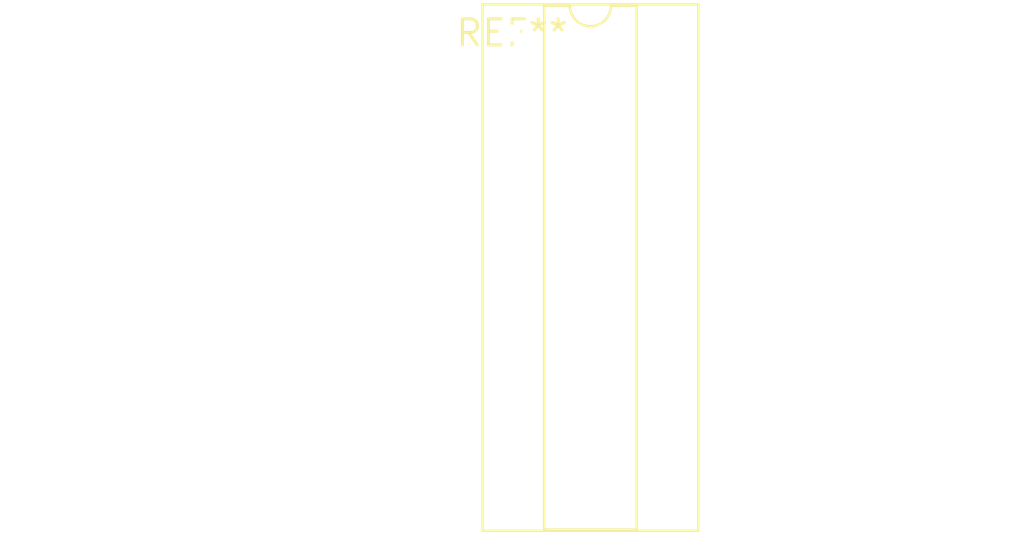
<source format=kicad_pcb>
(kicad_pcb (version 20240108) (generator pcbnew)
  (layers (0 "F.Cu" signal) (31 "B.Cu" signal) (34 "B.Paste" user) (35 "F.Paste" user) (36 "B.SilkS" user "B.Silkscreen") (37 "F.SilkS" user "F.Silkscreen") (38 "B.Mask" user) (39 "F.Mask" user) (44 "Edge.Cuts" user))
  (net 0 "")
  (footprint "CERDIP-20_W7.62mm_SideBrazed_LongPads_Socket" (layer "F.Cu") (at 0 0)
    (property "Reference" "REF**")
    (property "Value" "CERDIP-20_W7.62mm_SideBrazed_LongPads_Socket")
    (fp_line (start -1.44 -1.39) (end -1.44 24.25) (layer "F.SilkS") (stroke (width 0.12)))
    (fp_line (start -1.44 24.25) (end 9.06 24.25) (layer "F.SilkS") (stroke (width 0.12)))
    (fp_line (start 1.56 -1.33) (end 1.56 24.19) (layer "F.SilkS") (stroke (width 0.12)))
    (fp_line (start 1.56 24.19) (end 6.06 24.19) (layer "F.SilkS") (stroke (width 0.12)))
    (fp_line (start 2.81 -1.33) (end 1.56 -1.33) (layer "F.SilkS") (stroke (width 0.12)))
    (fp_line (start 6.06 -1.33) (end 4.81 -1.33) (layer "F.SilkS") (stroke (width 0.12)))
    (fp_line (start 6.06 24.19) (end 6.06 -1.33) (layer "F.SilkS") (stroke (width 0.12)))
    (fp_line (start 9.06 -1.39) (end -1.44 -1.39) (layer "F.SilkS") (stroke (width 0.12)))
    (fp_line (start 9.06 24.25) (end 9.06 -1.39) (layer "F.SilkS") (stroke (width 0.12)))
    (fp_arc (start 4.81 -1.33) (mid 3.81 -0.33) (end 2.81 -1.33) (layer "F.SilkS") (stroke (width 0.12)))
    (pad "1" thru_hole rect (at 0 0) (size 2.4 1.6) (drill 0.8) (layers *.Cu *.Mask) (remove_unused_layers))
    (pad "2" thru_hole oval (at 0 2.54) (size 2.4 1.6) (drill 0.8) (layers *.Cu *.Mask) (remove_unused_layers))
    (pad "3" thru_hole oval (at 0 5.08) (size 2.4 1.6) (drill 0.8) (layers *.Cu *.Mask) (remove_unused_layers))
    (pad "4" thru_hole oval (at 0 7.62) (size 2.4 1.6) (drill 0.8) (layers *.Cu *.Mask) (remove_unused_layers))
    (pad "5" thru_hole oval (at 0 10.16) (size 2.4 1.6) (drill 0.8) (layers *.Cu *.Mask) (remove_unused_layers))
    (pad "6" thru_hole oval (at 0 12.7) (size 2.4 1.6) (drill 0.8) (layers *.Cu *.Mask) (remove_unused_layers))
    (pad "7" thru_hole oval (at 0 15.24) (size 2.4 1.6) (drill 0.8) (layers *.Cu *.Mask) (remove_unused_layers))
    (pad "8" thru_hole oval (at 0 17.78) (size 2.4 1.6) (drill 0.8) (layers *.Cu *.Mask) (remove_unused_layers))
    (pad "9" thru_hole oval (at 0 20.32) (size 2.4 1.6) (drill 0.8) (layers *.Cu *.Mask) (remove_unused_layers))
    (pad "10" thru_hole oval (at 0 22.86) (size 2.4 1.6) (drill 0.8) (layers *.Cu *.Mask) (remove_unused_layers))
    (pad "11" thru_hole oval (at 7.62 22.86) (size 2.4 1.6) (drill 0.8) (layers *.Cu *.Mask) (remove_unused_layers))
    (pad "12" thru_hole oval (at 7.62 20.32) (size 2.4 1.6) (drill 0.8) (layers *.Cu *.Mask) (remove_unused_layers))
    (pad "13" thru_hole oval (at 7.62 17.78) (size 2.4 1.6) (drill 0.8) (layers *.Cu *.Mask) (remove_unused_layers))
    (pad "14" thru_hole oval (at 7.62 15.24) (size 2.4 1.6) (drill 0.8) (layers *.Cu *.Mask) (remove_unused_layers))
    (pad "15" thru_hole oval (at 7.62 12.7) (size 2.4 1.6) (drill 0.8) (layers *.Cu *.Mask) (remove_unused_layers))
    (pad "16" thru_hole oval (at 7.62 10.16) (size 2.4 1.6) (drill 0.8) (layers *.Cu *.Mask) (remove_unused_layers))
    (pad "17" thru_hole oval (at 7.62 7.62) (size 2.4 1.6) (drill 0.8) (layers *.Cu *.Mask) (remove_unused_layers))
    (pad "18" thru_hole oval (at 7.62 5.08) (size 2.4 1.6) (drill 0.8) (layers *.Cu *.Mask) (remove_unused_layers))
    (pad "19" thru_hole oval (at 7.62 2.54) (size 2.4 1.6) (drill 0.8) (layers *.Cu *.Mask) (remove_unused_layers))
    (pad "20" thru_hole oval (at 7.62 0) (size 2.4 1.6) (drill 0.8) (layers *.Cu *.Mask) (remove_unused_layers))
  )
)
</source>
